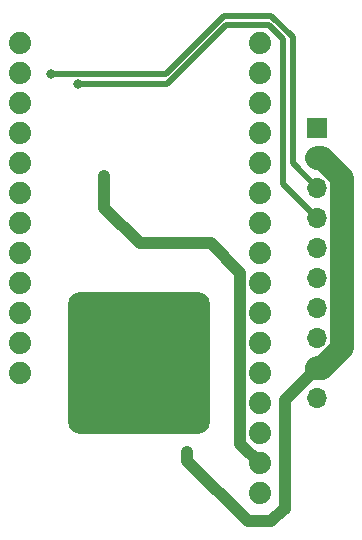
<source format=gbr>
%TF.GenerationSoftware,KiCad,Pcbnew,7.0.9*%
%TF.CreationDate,2024-07-24T20:02:15-04:00*%
%TF.ProjectId,BREAD_Loaf,42524541-445f-44c6-9f61-662e6b696361,rev?*%
%TF.SameCoordinates,PX2fdfdc0PY36746e0*%
%TF.FileFunction,Copper,L1,Top*%
%TF.FilePolarity,Positive*%
%FSLAX46Y46*%
G04 Gerber Fmt 4.6, Leading zero omitted, Abs format (unit mm)*
G04 Created by KiCad (PCBNEW 7.0.9) date 2024-07-24 20:02:15*
%MOMM*%
%LPD*%
G01*
G04 APERTURE LIST*
G04 Aperture macros list*
%AMRoundRect*
0 Rectangle with rounded corners*
0 $1 Rounding radius*
0 $2 $3 $4 $5 $6 $7 $8 $9 X,Y pos of 4 corners*
0 Add a 4 corners polygon primitive as box body*
4,1,4,$2,$3,$4,$5,$6,$7,$8,$9,$2,$3,0*
0 Add four circle primitives for the rounded corners*
1,1,$1+$1,$2,$3*
1,1,$1+$1,$4,$5*
1,1,$1+$1,$6,$7*
1,1,$1+$1,$8,$9*
0 Add four rect primitives between the rounded corners*
20,1,$1+$1,$2,$3,$4,$5,0*
20,1,$1+$1,$4,$5,$6,$7,0*
20,1,$1+$1,$6,$7,$8,$9,0*
20,1,$1+$1,$8,$9,$2,$3,0*%
G04 Aperture macros list end*
%TA.AperFunction,ComponentPad*%
%ADD10C,1.879600*%
%TD*%
%TA.AperFunction,SMDPad,CuDef*%
%ADD11RoundRect,1.000000X-5.000000X-5.000000X5.000000X-5.000000X5.000000X5.000000X-5.000000X5.000000X0*%
%TD*%
%TA.AperFunction,ComponentPad*%
%ADD12R,1.700000X1.700000*%
%TD*%
%TA.AperFunction,ComponentPad*%
%ADD13O,1.700000X1.700000*%
%TD*%
%TA.AperFunction,ViaPad*%
%ADD14C,0.800000*%
%TD*%
%TA.AperFunction,ViaPad*%
%ADD15C,0.500000*%
%TD*%
%TA.AperFunction,Conductor*%
%ADD16C,1.000000*%
%TD*%
%TA.AperFunction,Conductor*%
%ADD17C,2.000000*%
%TD*%
%TA.AperFunction,Conductor*%
%ADD18C,0.500000*%
%TD*%
G04 APERTURE END LIST*
D10*
%TO.P,J2,28,~{RESET}*%
%TO.N,unconnected-(J2-~{RESET}-Pad28)*%
X24820000Y-60750000D03*
%TO.P,J2,27,3.3V*%
%TO.N,+3.3V*%
X24820000Y-58210000D03*
%TO.P,J2,26,AREF/NC*%
%TO.N,unconnected-(J2-AREF{slash}NC-Pad26)*%
X24820000Y-55670000D03*
%TO.P,J2,25,GND*%
%TO.N,GND*%
X24820000Y-53130000D03*
%TO.P,J2,24,A0*%
%TO.N,unconnected-(J2-A0-Pad24)*%
X24820000Y-50590000D03*
%TO.P,J2,23,A1*%
%TO.N,unconnected-(J2-A1-Pad23)*%
X24820000Y-48050000D03*
%TO.P,J2,22,A2*%
%TO.N,unconnected-(J2-A2-Pad22)*%
X24820000Y-45510000D03*
%TO.P,J2,21,A3*%
%TO.N,unconnected-(J2-A3-Pad21)*%
X24820000Y-42970000D03*
%TO.P,J2,20,A4*%
%TO.N,unconnected-(J2-A4-Pad20)*%
X24820000Y-40430000D03*
%TO.P,J2,19,A5*%
%TO.N,unconnected-(J2-A5-Pad19)*%
X24820000Y-37890000D03*
%TO.P,J2,18,SCK*%
%TO.N,unconnected-(J2-SCK-Pad18)*%
X24820000Y-35350000D03*
%TO.P,J2,17,PICO*%
%TO.N,unconnected-(J2-PICO-Pad17)*%
X24820000Y-32810000D03*
%TO.P,J2,16,POCI*%
%TO.N,unconnected-(J2-POCI-Pad16)*%
X24820000Y-30270000D03*
%TO.P,J2,15,RX*%
%TO.N,unconnected-(J2-RX-Pad15)*%
X24820000Y-27730000D03*
%TO.P,J2,14,TX*%
%TO.N,unconnected-(J2-TX-Pad14)*%
X24820000Y-25190000D03*
%TO.P,J2,13,FREEBIE*%
%TO.N,unconnected-(J2-FREEBIE-Pad13)*%
X24820000Y-22650000D03*
%TO.P,J2,12,V_BATT*%
%TO.N,unconnected-(J2-V_BATT-Pad12)*%
X4500000Y-50590000D03*
%TO.P,J2,11,EN*%
%TO.N,unconnected-(J2-EN-Pad11)*%
X4500000Y-48050000D03*
%TO.P,J2,10,V_USB*%
%TO.N,+5V*%
X4500000Y-45510000D03*
%TO.P,J2,9,GPIO0*%
%TO.N,unconnected-(J2-GPIO0-Pad9)*%
X4500000Y-42970000D03*
%TO.P,J2,8,GPIO1*%
%TO.N,unconnected-(J2-GPIO1-Pad8)*%
X4500000Y-40430000D03*
%TO.P,J2,7,GPIO2*%
%TO.N,/INT*%
X4500000Y-37890000D03*
%TO.P,J2,6,GPIO3*%
%TO.N,/SYNC*%
X4500000Y-35350000D03*
%TO.P,J2,5,GPIO4*%
%TO.N,unconnected-(J2-GPIO4-Pad5)*%
X4500000Y-32810000D03*
%TO.P,J2,4,GPIO5*%
%TO.N,/E_STOP*%
X4500000Y-30270000D03*
%TO.P,J2,3,GPIO6*%
%TO.N,unconnected-(J2-GPIO6-Pad3)*%
X4500000Y-27730000D03*
%TO.P,J2,2,SCL*%
%TO.N,/SCL_3.3V*%
X4500000Y-25190000D03*
%TO.P,J2,1,SDA*%
%TO.N,/SDA_3.3V*%
X4500000Y-22650000D03*
%TD*%
D11*
%TO.P,HS1,1*%
%TO.N,GND*%
X14566750Y-49662500D03*
%TD*%
D12*
%TO.P,J6,1,1*%
%TO.N,GND*%
X29700000Y-29800000D03*
D13*
%TO.P,J6,2,2*%
%TO.N,+12V*%
X29700000Y-32340000D03*
%TO.P,J6,3,3*%
%TO.N,/SCL_3.3V*%
X29700000Y-34880000D03*
%TO.P,J6,4,4*%
%TO.N,/SDA_3.3V*%
X29700000Y-37420000D03*
%TO.P,J6,5,5*%
%TO.N,GND*%
X29700000Y-39960000D03*
%TO.P,J6,6,6*%
%TO.N,/E_STOP*%
X29700000Y-42500000D03*
%TO.P,J6,7,7*%
%TO.N,/INT*%
X29700000Y-45040000D03*
%TO.P,J6,8,8*%
%TO.N,/SYNC*%
X29700000Y-47580000D03*
%TO.P,J6,9,9*%
%TO.N,+12V*%
X29700000Y-50120000D03*
%TO.P,J6,10,10*%
%TO.N,GND*%
X29700000Y-52660000D03*
%TD*%
D14*
%TO.N,GND*%
X9100000Y-53112500D03*
D15*
X15700000Y-53062500D03*
X15900000Y-50062500D03*
X15000000Y-50062500D03*
D14*
X15800000Y-54812500D03*
X19700000Y-44512500D03*
D15*
X14600000Y-50962500D03*
X14600000Y-52262500D03*
D14*
X9100000Y-50212500D03*
D15*
X13400000Y-53062500D03*
D14*
X19800000Y-47812500D03*
X9100000Y-45212500D03*
D15*
X17000000Y-47362500D03*
D14*
%TO.N,+12V*%
X18700000Y-57212500D03*
%TO.N,/SDA_3.3V*%
X9400000Y-26100000D03*
%TO.N,/SCL_3.3V*%
X7117162Y-25218538D03*
%TO.N,+3.3V*%
X11664707Y-36274500D03*
X11664707Y-33874500D03*
%TD*%
D16*
%TO.N,+12V*%
X26959800Y-62059800D02*
X26840200Y-62059800D01*
X29680000Y-50120000D02*
X26959800Y-52840200D01*
D17*
X30059138Y-32340000D02*
X31750000Y-34030862D01*
D16*
X29700000Y-50120000D02*
X29680000Y-50120000D01*
D17*
X31750000Y-34030862D02*
X31750000Y-48429138D01*
D16*
X18700000Y-58000000D02*
X18700000Y-57212500D01*
X23800000Y-63100000D02*
X18700000Y-58000000D01*
D17*
X29700000Y-32340000D02*
X30059138Y-32340000D01*
D16*
X26959800Y-52840200D02*
X26959800Y-62059800D01*
D17*
X30059138Y-50120000D02*
X29700000Y-50120000D01*
X31750000Y-48429138D02*
X30059138Y-50120000D01*
D16*
X25800000Y-63100000D02*
X23800000Y-63100000D01*
X26840200Y-62059800D02*
X25800000Y-63100000D01*
D18*
%TO.N,/SDA_3.3V*%
X25600000Y-21100000D02*
X26800000Y-22300000D01*
X9400000Y-26100000D02*
X17000000Y-26100000D01*
X26800000Y-22300000D02*
X26800000Y-34520000D01*
X17000000Y-26100000D02*
X22000000Y-21100000D01*
X26800000Y-34520000D02*
X29700000Y-37420000D01*
X22000000Y-21100000D02*
X25600000Y-21100000D01*
%TO.N,/SCL_3.3V*%
X25800000Y-20300000D02*
X27600000Y-22100000D01*
X27600000Y-22100000D02*
X27600000Y-32780000D01*
X16881462Y-25218538D02*
X21800000Y-20300000D01*
X7117162Y-25218538D02*
X16881462Y-25218538D01*
X21800000Y-20300000D02*
X25800000Y-20300000D01*
X27600000Y-32780000D02*
X29700000Y-34880000D01*
D16*
%TO.N,+3.3V*%
X11664707Y-33874500D02*
X11664707Y-36564707D01*
X11664707Y-36564707D02*
X14664707Y-39564707D01*
X14664707Y-39564707D02*
X20664707Y-39564707D01*
X20664707Y-39564707D02*
X23180200Y-42080200D01*
X23180200Y-42080200D02*
X23180200Y-56570200D01*
X23180200Y-56570200D02*
X24820000Y-58210000D01*
%TD*%
M02*

</source>
